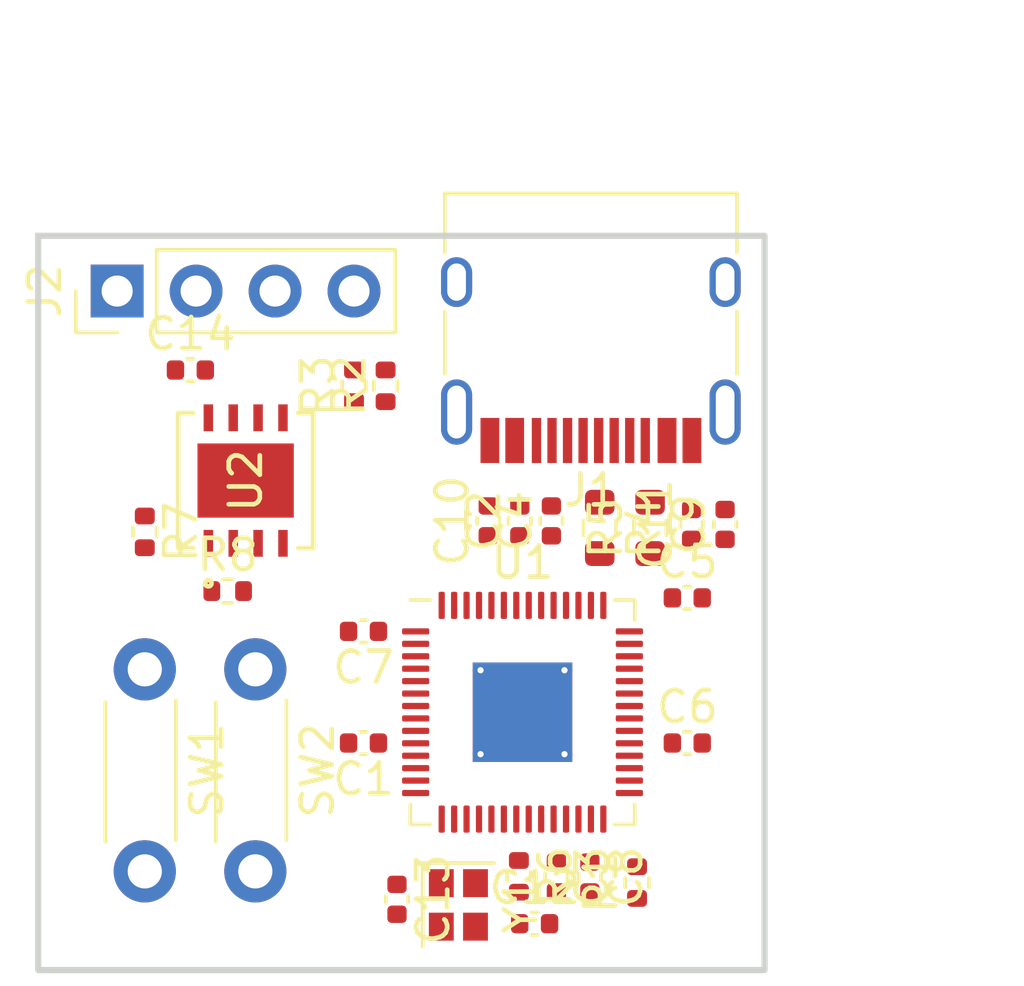
<source format=kicad_pcb>
(kicad_pcb (version 20230410) (generator pcbnew)
  (layers (0 "F.Cu" signal) (31 "B.Cu" signal) (34 "B.Paste" user) (35 "F.Paste" user) (36 "B.SilkS" user "B.Silkscreen") (37 "F.SilkS" user "F.Silkscreen") (38 "B.Mask" user) (39 "F.Mask" user) (44 "Edge.Cuts" user))
  (net 0 "")
  (net 1 "+3V3")
  (net 2 "GND")
  (net 3 "/+1.1V")
  (net 4 "/XIN")
  (net 6 "Net-(J1-CC1)")
  (net 7 "/USB_P")
  (net 8 "/USB_N")
  (net 10 "Net-(J1-CC2)")
  (net 12 "/SWCLK")
  (net 13 "/SWDIO")
  (net 14 "/RUN")
  (net 15 "Net-(U1-USB_DP)")
  (net 16 "Net-(U1-USB_DM)")
  (net 17 "/XOUT")
  (net 18 "/USB_BOOT")
  (net 19 "/QSPI_CS")
  (net 38 "/GPIO25")
  (net 39 "/QSPI_SD3")
  (net 40 "/QSPI_SCK")
  (net 41 "/QSPI_SD0")
  (net 42 "/QSPI_SD2")
  (net 43 "/QSPI_SD1")
  (net 44 "Net-(C12-Pad1)")
  (footprint "Capacitor_SMD:C_0402_1005Metric" (layer "F.Cu") (at 148.082 88.533 90)
    (fp_text reference "C9" (at 0 -1.16 -90) (layer "F.SilkS"))
    (fp_text value "1uF")
    (fp_line (start -0.107836 -0.36) (end 0.107836 -0.36) (stroke (width 0.12)) (layer "F.SilkS"))
    (fp_line (start -0.107836 0.36) (end 0.107836 0.36) (stroke (width 0.12)) (layer "F.SilkS"))
    (pad "1" smd roundrect (at -0.48 0 90) (size 0.56 0.62) (layers "F.Cu" "F.Paste" "F.Mask") (net 1 "+3V3"))
    (pad "2" smd roundrect (at 0.48 0 90) (size 0.56 0.62) (layers "F.Cu" "F.Paste" "F.Mask") (net 2 "GND"))
  )
  (footprint "Connector_PinHeader_2.54mm:PinHeader_1x04_P2.54mm_Vertical" (layer "F.Cu") (at 128.524001 81.026 90)
    (fp_text reference "J2" (at 0 -2.33 -90) (layer "F.SilkS"))
    (fp_text value "Conn_01x04")
    (fp_line (start -1.33 -1.33) (end 0 -1.33) (stroke (width 0.12)) (layer "F.SilkS"))
    (fp_line (start -1.33 0) (end -1.33 -1.33) (stroke (width 0.12)) (layer "F.SilkS"))
    (fp_line (start 1.33 1.270001) (end 1.33 8.95) (stroke (width 0.12)) (layer "F.SilkS"))
    (fp_line (start -1.33 1.270001) (end 1.33 1.270001) (stroke (width 0.12)) (layer "F.SilkS"))
    (fp_line (start -1.33 1.270001) (end -1.33 8.95) (stroke (width 0.12)) (layer "F.SilkS"))
    (fp_line (start -1.33 8.95) (end 1.33 8.95) (stroke (width 0.12)) (layer "F.SilkS"))
    (pad "1" thru_hole rect (at 0 0 90) (size 1.7 1.7) (drill 1) (layers "*.Cu" "*.Mask") (net 12 "/SWCLK"))
    (pad "2" thru_hole oval (at 0 2.54 90) (size 1.7 1.7) (drill 1) (layers "*.Cu" "*.Mask") (net 13 "/SWDIO"))
    (pad "3" thru_hole oval (at 0 5.079999 90) (size 1.7 1.7) (drill 1) (layers "*.Cu" "*.Mask") (net 1 "+3V3"))
    (pad "4" thru_hole oval (at 0 7.62 90) (size 1.7 1.7) (drill 1) (layers "*.Cu" "*.Mask") (net 2 "GND"))
  )
  (footprint "Resistor_SMD:R_0603_1608Metric" (layer "F.Cu") (at 145.669 88.645999 90)
    (fp_text reference "R5" (at 0 -1.43 90) (layer "F.SilkS"))
    (fp_text value "27")
    (fp_line (start -0.237258 -0.5225) (end 0.237258 -0.5225) (stroke (width 0.12)) (layer "F.SilkS"))
    (fp_line (start -0.237258 0.5225) (end 0.237258 0.5225) (stroke (width 0.12)) (layer "F.SilkS"))
    (pad "1" smd roundrect (at -0.825 0 90) (size 0.8 0.95) (layers "F.Cu" "F.Paste" "F.Mask") (net 8 "/USB_N"))
    (pad "2" smd roundrect (at 0.825 0 90) (size 0.8 0.95) (layers "F.Cu" "F.Paste" "F.Mask") (net 16 "Net-(U1-USB_DM)"))
  )
  (footprint "Capacitor_SMD:C_0402_1005Metric" (layer "F.Cu") (at 137.526846 100.594733 -90)
    (fp_text reference "C13" (at 0 -1.16 90) (layer "F.SilkS"))
    (fp_text value "27pF")
    (fp_line (start -0.107836 0.36) (end 0.107836 0.36) (stroke (width 0.12)) (layer "F.SilkS"))
    (fp_line (start -0.107836 -0.36) (end 0.107836 -0.36) (stroke (width 0.12)) (layer "F.SilkS"))
    (pad "1" smd roundrect (at -0.48 0 270) (size 0.56 0.62) (layers "F.Cu" "F.Paste" "F.Mask") (net 4 "/XIN"))
    (pad "2" smd roundrect (at 0.48 0 270) (size 0.56 0.62) (layers "F.Cu" "F.Paste" "F.Mask") (net 2 "GND"))
  )
  (footprint "Capacitor_SMD:C_0402_1005Metric" (layer "F.Cu") (at 142.494 88.42 90)
    (fp_text reference "C4" (at 0 -1.16 -90) (layer "F.SilkS"))
    (fp_text value "0.1uF")
    (fp_line (start -0.107836 -0.36) (end 0.107836 -0.36) (stroke (width 0.12)) (layer "F.SilkS"))
    (fp_line (start -0.107836 0.36) (end 0.107836 0.36) (stroke (width 0.12)) (layer "F.SilkS"))
    (pad "1" smd roundrect (at -0.48 0 90) (size 0.56 0.62) (layers "F.Cu" "F.Paste" "F.Mask") (net 1 "+3V3"))
    (pad "2" smd roundrect (at 0.48 0 90) (size 0.56 0.62) (layers "F.Cu" "F.Paste" "F.Mask") (net 2 "GND"))
  )
  (footprint "Connector_USB:USB_C_Receptacle_HRO_TYPE-C-31-M-12" (layer "F.Cu") (at 143.764 81.788 180)
    (fp_text reference "J1" (at 0 -5.645 -180) (layer "F.SilkS"))
    (fp_text value "USB_C_Receptacle_USB2.0")
    (fp_line (start 4.7 2) (end 4.7 3.9) (stroke (width 0.12)) (layer "F.SilkS"))
    (fp_line (start 4.7 -1.9) (end 4.7 0.1) (stroke (width 0.12)) (layer "F.SilkS"))
    (fp_line (start -4.7 3.9) (end 4.7 3.9) (stroke (width 0.12)) (layer "F.SilkS"))
    (fp_line (start -4.7 2) (end -4.7 3.9) (stroke (width 0.12)) (layer "F.SilkS"))
    (fp_line (start -4.7 -1.9) (end -4.7 0.1) (stroke (width 0.12)) (layer "F.SilkS"))
    (pad "" np_thru_hole circle (at -2.89 -2.6 180) (size 0.65 0.65) (drill 0.65) (layers "*.Cu" "*.Mask"))
    (pad "" np_thru_hole circle (at 2.89 -2.6 180) (size 0.65 0.65) (drill 0.65) (layers "*.Cu" "*.Mask"))
    (pad "A1" smd rect (at -3.25 -4.045 180) (size 0.6 1.45) (layers "F.Cu" "F.Paste" "F.Mask") (net 2 "GND"))
    (pad "A4" smd rect (at -2.45 -4.045 180) (size 0.6 1.45) (layers "F.Cu" "F.Paste" "F.Mask"))
    (pad "A5" smd rect (at -1.25 -4.045 180) (size 0.3 1.45) (layers "F.Cu" "F.Paste" "F.Mask") (net 6 "Net-(J1-CC1)"))
    (pad "A6" smd rect (at -0.25 -4.045 180) (size 0.3 1.45) (layers "F.Cu" "F.Paste" "F.Mask") (net 7 "/USB_P"))
    (pad "A7" smd rect (at 0.25 -4.045 180) (size 0.3 1.45) (layers "F.Cu" "F.Paste" "F.Mask") (net 8 "/USB_N"))
    (pad "A8" smd rect (at 1.25 -4.045 180) (size 0.3 1.45) (layers "F.Cu" "F.Paste" "F.Mask"))
    (pad "A9" smd rect (at 2.45 -4.045 180) (size 0.6 1.45) (layers "F.Cu" "F.Paste" "F.Mask"))
    (pad "A12" smd rect (at 3.25 -4.045 180) (size 0.6 1.45) (layers "F.Cu" "F.Paste" "F.Mask") (net 2 "GND"))
    (pad "B1" smd rect (at 3.25 -4.045 180) (size 0.6 1.45) (layers "F.Cu" "F.Paste" "F.Mask") (net 2 "GND"))
    (pad "B4" smd rect (at 2.45 -4.045 180) (size 0.6 1.45) (layers "F.Cu" "F.Paste" "F.Mask"))
    (pad "B5" smd rect (at 1.75 -4.045 180) (size 0.3 1.45) (layers "F.Cu" "F.Paste" "F.Mask") (net 10 "Net-(J1-CC2)"))
    (pad "B6" smd rect (at 0.75 -4.045 180) (size 0.3 1.45) (layers "F.Cu" "F.Paste" "F.Mask") (net 7 "/USB_P"))
    (pad "B7" smd rect (at -0.75 -4.045 180) (size 0.3 1.45) (layers "F.Cu" "F.Paste" "F.Mask") (net 8 "/USB_N"))
    (pad "B8" smd rect (at -1.75 -4.045 180) (size 0.3 1.45) (layers "F.Cu" "F.Paste" "F.Mask"))
    (pad "B9" smd rect (at -2.45 -4.045 180) (size 0.6 1.45) (layers "F.Cu" "F.Paste" "F.Mask"))
    (pad "B12" smd rect (at -3.25 -4.045 180) (size 0.6 1.45) (layers "F.Cu" "F.Paste" "F.Mask") (net 2 "GND"))
    (pad "S1" thru_hole oval (at -4.32 -3.13 180) (size 1 2.1) (drill oval 0.6 1.7) (layers "*.Cu" "*.Mask") (net 2 "GND"))
    (pad "S1" thru_hole oval (at -4.32 1.05 180) (size 1 1.6) (drill oval 0.6 1.2) (layers "*.Cu" "*.Mask") (net 2 "GND"))
    (pad "S1" thru_hole oval (at 4.32 -3.13 180) (size 1 2.1) (drill oval 0.6 1.7) (layers "*.Cu" "*.Mask") (net 2 "GND"))
    (pad "S1" thru_hole oval (at 4.32 1.05 180) (size 1 1.6) (drill oval 0.6 1.2) (layers "*.Cu" "*.Mask") (net 2 "GND"))
  )
  (footprint "Capacitor_SMD:C_0402_1005Metric" (layer "F.Cu") (at 140.462 88.42 90)
    (fp_text reference "C10" (at 0 -1.16 -90) (layer "F.SilkS"))
    (fp_text value "0.1uF")
    (fp_line (start -0.107836 -0.36) (end 0.107836 -0.36) (stroke (width 0.12)) (layer "F.SilkS"))
    (fp_line (start -0.107836 0.36) (end 0.107836 0.36) (stroke (width 0.12)) (layer "F.SilkS"))
    (pad "1" smd roundrect (at -0.48 0 90) (size 0.56 0.62) (layers "F.Cu" "F.Paste" "F.Mask") (net 3 "/+1.1V"))
    (pad "2" smd roundrect (at 0.48 0 90) (size 0.56 0.62) (layers "F.Cu" "F.Paste" "F.Mask") (net 2 "GND"))
  )
  (footprint "Capacitor_SMD:C_0402_1005Metric" (layer "F.Cu") (at 147.004369 88.533 90)
    (fp_text reference "C11" (at 0 -1.16 -90) (layer "F.SilkS"))
    (fp_text value "1uF")
    (fp_line (start -0.107836 -0.36) (end 0.107836 -0.36) (stroke (width 0.12)) (layer "F.SilkS"))
    (fp_line (start -0.107836 0.36) (end 0.107836 0.36) (stroke (width 0.12)) (layer "F.SilkS"))
    (pad "1" smd roundrect (at -0.48 0 90) (size 0.56 0.62) (layers "F.Cu" "F.Paste" "F.Mask") (net 3 "/+1.1V"))
    (pad "2" smd roundrect (at 0.48 0 90) (size 0.56 0.62) (layers "F.Cu" "F.Paste" "F.Mask") (net 2 "GND"))
  )
  (footprint "Resistor_SMD:R_0402_1005Metric" (layer "F.Cu") (at 137.16 84.074 90)
    (fp_text reference "R2" (at 0 -1.17 -90) (layer "F.SilkS"))
    (fp_text value "5.1k")
    (fp_line (start -0.153641 -0.38) (end 0.153641 -0.38) (stroke (width 0.12)) (layer "F.SilkS"))
    (fp_line (start -0.153641 0.38) (end 0.153641 0.38) (stroke (width 0.12)) (layer "F.SilkS"))
    (pad "1" smd roundrect (at -0.509999 0 90) (size 0.54 0.64) (layers "F.Cu" "F.Paste" "F.Mask") (net 6 "Net-(J1-CC1)"))
    (pad "2" smd roundrect (at 0.509999 0 90) (size 0.54 0.64) (layers "F.Cu" "F.Paste" "F.Mask") (net 2 "GND"))
  )
  (footprint "Resistor_SMD:R_0402_1005Metric" (layer "F.Cu") (at 141.448554 99.855 -90)
    (fp_text reference "R6" (at 0 -1.17 90) (layer "F.SilkS"))
    (fp_text value "1K")
    (fp_line (start -0.153641 0.38) (end 0.153641 0.38) (stroke (width 0.12)) (layer "F.SilkS"))
    (fp_line (start -0.153641 -0.38) (end 0.153641 -0.38) (stroke (width 0.12)) (layer "F.SilkS"))
    (pad "1" smd roundrect (at -0.509999 0 270) (size 0.54 0.64) (layers "F.Cu" "F.Paste" "F.Mask") (net 17 "/XOUT"))
    (pad "2" smd roundrect (at 0.509999 0 270) (size 0.54 0.64) (layers "F.Cu" "F.Paste" "F.Mask") (net 44 "Net-(C12-Pad1)"))
  )
  (footprint "Capacitor_SMD:C_0402_1005Metric" (layer "F.Cu") (at 141.9545 101.379)
    (fp_text reference "C12" (at 0 -1.16) (layer "F.SilkS"))
    (fp_text value "27pF")
    (fp_line (start -0.107836 -0.36) (end 0.107836 -0.36) (stroke (width 0.12)) (layer "F.SilkS"))
    (fp_line (start -0.107836 0.36) (end 0.107836 0.36) (stroke (width 0.12)) (layer "F.SilkS"))
    (pad "1" smd roundrect (at -0.48 0) (size 0.56 0.62) (layers "F.Cu" "F.Paste" "F.Mask") (net 44 "Net-(C12-Pad1)"))
    (pad "2" smd roundrect (at 0.48 0) (size 0.56 0.62) (layers "F.Cu" "F.Paste" "F.Mask") (net 2 "GND"))
  )
  (footprint "Capacitor_SMD:C_0402_1005Metric" (layer "F.Cu") (at 136.449216 91.973686 180)
    (fp_text reference "C7" (at 0 -1.16 -180) (layer "F.SilkS"))
    (fp_text value "0.1uF")
    (fp_line (start -0.107836 0.36) (end 0.107836 0.36) (stroke (width 0.12)) (layer "F.SilkS"))
    (fp_line (start -0.107836 -0.36) (end 0.107836 -0.36) (stroke (width 0.12)) (layer "F.SilkS"))
    (pad "1" smd roundrect (at -0.48 0 180) (size 0.56 0.62) (layers "F.Cu" "F.Paste" "F.Mask") (net 1 "+3V3"))
    (pad "2" smd roundrect (at 0.48 0 180) (size 0.56 0.62) (layers "F.Cu" "F.Paste" "F.Mask") (net 2 "GND"))
  )
  (footprint "Capacitor_SMD:C_0402_1005Metric" (layer "F.Cu") (at 142.654869 99.876313 -90)
    (fp_text reference "C3" (at 0 -1.16 90) (layer "F.SilkS"))
    (fp_text value "0.1uF")
    (fp_line (start -0.107836 0.36) (end 0.107836 0.36) (stroke (width 0.12)) (layer "F.SilkS"))
    (fp_line (start -0.107836 -0.36) (end 0.107836 -0.36) (stroke (width 0.12)) (layer "F.SilkS"))
    (pad "1" smd roundrect (at -0.48 0 270) (size 0.56 0.62) (layers "F.Cu" "F.Paste" "F.Mask") (net 1 "+3V3"))
    (pad "2" smd roundrect (at 0.48 0 270) (size 0.56 0.62) (layers "F.Cu" "F.Paste" "F.Mask") (net 2 "GND"))
  )
  (footprint "Resistor_SMD:R_0402_1005Metric" (layer "F.Cu") (at 136.144 84.074 90)
    (fp_text reference "R3" (at 0 -1.17 -90) (layer "F.SilkS"))
    (fp_text value "5.1k")
    (fp_line (start -0.153641 -0.38) (end 0.153641 -0.38) (stroke (width 0.12)) (layer "F.SilkS"))
    (fp_line (start -0.153641 0.38) (end 0.153641 0.38) (stroke (width 0.12)) (layer "F.SilkS"))
    (pad "1" smd roundrect (at -0.509999 0 90) (size 0.54 0.64) (layers "F.Cu" "F.Paste" "F.Mask") (net 10 "Net-(J1-CC2)"))
    (pad "2" smd roundrect (at 0.509999 0 90) (size 0.54 0.64) (layers "F.Cu" "F.Paste" "F.Mask") (net 2 "GND"))
  )
  (footprint "SLIM_6MM_SWITCH:SW_PUSH_6mm_SLIM" (layer "F.Cu") (at 129.413 93.195 -90)
    (fp_text reference "SW1" (at 3.25 -2 270) (layer "F.SilkS"))
    (fp_text value "SW_Push")
    (fp_line (start 1.052 1.27) (end 5.552 1.27) (stroke (width 0.12)) (layer "F.SilkS"))
    (fp_line (start 5.5 -1) (end 1 -1) (stroke (width 0.12)) (layer "F.SilkS"))
    (pad "1" thru_hole circle (at 0 0) (size 2 2) (drill 1.1) (layers "*.Cu" "*.Mask") (net 18 "/USB_BOOT"))
    (pad "2" thru_hole circle (at 6.5 0 90) (size 2 2) (drill 1.1) (layers "*.Cu" "*.Mask") (net 2 "GND"))
  )
  (footprint "Capacitor_SMD:C_0402_1005Metric" (layer "F.Cu") (at 130.87985 83.566)
    (fp_text reference "C14" (at 0 -1.16) (layer "F.SilkS"))
    (fp_text value "1uF")
    (fp_line (start -0.107836 -0.36) (end 0.107836 -0.36) (stroke (width 0.12)) (layer "F.SilkS"))
    (fp_line (start -0.107836 0.36) (end 0.107836 0.36) (stroke (width 0.12)) (layer "F.SilkS"))
    (pad "1" smd roundrect (at -0.48 0) (size 0.56 0.62) (layers "F.Cu" "F.Paste" "F.Mask") (net 2 "GND"))
    (pad "2" smd roundrect (at 0.48 0) (size 0.56 0.62) (layers "F.Cu" "F.Paste" "F.Mask") (net 1 "+3V3"))
  )
  (footprint "W25Q64JVXGIQ:DFN_XGIQ TR_WIN-M" (layer "F.Cu") (at 132.65785 87.122 90)
    (fp_text reference "U2" (at 0 0 90 unlocked) (layer "F.SilkS"))
    (fp_text value "W25Q64JVXGIQ")
    (fp_line (start 2.1717 -2.1717) (end -2.1717 -2.1717) (stroke (width 0.1524)) (layer "F.SilkS"))
    (fp_line (start -2.1717 -2.1717) (end -2.1717 -1.68529) (stroke (width 0.1524)) (layer "F.SilkS"))
    (fp_line (start 2.1717 -1.68529) (end 2.1717 -2.1717) (stroke (width 0.1524)) (layer "F.SilkS"))
    (fp_line (start -2.1717 1.68529) (end -2.1717 2.1717) (stroke (width 0.1524)) (layer "F.SilkS"))
    (fp_line (start 2.1717 2.1717) (end 2.1717 1.68529) (stroke (width 0.1524)) (layer "F.SilkS"))
    (fp_line (start -2.1717 2.1717) (end 2.1717 2.1717) (stroke (width 0.1524)) (layer "F.SilkS"))
    (fp_circle (center -3.302 -1.20015) (end -3.2004 -1.20015) (stroke (width 0.1524)) (fill none) (layer "F.SilkS"))
    (pad "1" smd rect (at -2.0193 -1.20015 90) (size 0.8636 0.3048) (layers "F.Cu" "F.Paste" "F.Mask") (net 19 "/QSPI_CS"))
    (pad "2" smd rect (at -2.0193 -0.40005 90) (size 0.8636 0.3048) (layers "F.Cu" "F.Paste" "F.Mask") (net 43 "/QSPI_SD1"))
    (pad "3" smd rect (at -2.0193 0.40005 90) (size 0.8636 0.3048) (layers "F.Cu" "F.Paste" "F.Mask") (net 42 "/QSPI_SD2"))
    (pad "4" smd rect (at -2.0193 1.20015 90) (size 0.8636 0.3048) (layers "F.Cu" "F.Paste" "F.Mask") (net 2 "GND"))
    (pad "4" smd rect (at 0 0 90) (size 2.3876 3.0988) (layers "F.Cu" "F.Paste" "F.Mask") (net 2 "GND"))
    (pad "5" smd rect (at 2.0193 1.20015 90) (size 0.8636 0.3048) (layers "F.Cu" "F.Paste" "F.Mask") (net 41 "/QSPI_SD0"))
    (pad "6" smd rect (at 2.0193 0.40005 90) (size 0.8636 0.3048) (layers "F.Cu" "F.Paste" "F.Mask") (net 40 "/QSPI_SCK"))
    (pad "7" smd rect (at 2.0193 -0.40005 90) (size 0.8636 0.3048) (layers "F.Cu" "F.Paste" "F.Mask") (net 39 "/QSPI_SD3"))
    (pad "8" smd rect (at 2.0193 -1.20015 90) (size 0.8636 0.3048) (layers "F.Cu" "F.Paste" "F.Mask") (net 1 "+3V3"))
  )
  (footprint "Resistor_SMD:R_0402_1005Metric" (layer "F.Cu") (at 129.413 88.773 -90)
    (fp_text reference "R7" (at 0 -1.17 90) (layer "F.SilkS"))
    (fp_text value "1K")
    (fp_line (start -0.153641 0.38) (end 0.153641 0.38) (stroke (width 0.12)) (layer "F.SilkS"))
    (fp_line (start -0.153641 -0.38) (end 0.153641 -0.38) (stroke (width 0.12)) (layer "F.SilkS"))
    (pad "1" smd roundrect (at -0.509999 0 270) (size 0.54 0.64) (layers "F.Cu" "F.Paste" "F.Mask") (net 18 "/USB_BOOT"))
    (pad "2" smd roundrect (at 0.509999 0 270) (size 0.54 0.64) (layers "F.Cu" "F.Paste" "F.Mask") (net 19 "/QSPI_CS"))
  )
  (footprint "Package_DFN_QFN:QFN-56-1EP_7x7mm_P0.4mm_EP3.2x3.2mm_ThermalVias" (layer "F.Cu") (at 141.565 94.575)
    (fp_text reference "U1" (at 0 -4.82) (layer "F.SilkS"))
    (fp_text value "RP2040")
    (fp_line (start -3.61 3.61) (end -3.61 2.960001) (stroke (width 0.12)) (layer "F.SilkS"))
    (fp_line (start -2.960001 -3.61) (end -3.61 -3.61) (stroke (width 0.12)) (layer "F.SilkS"))
    (fp_line (start -2.960001 3.61) (end -3.61 3.61) (stroke (width 0.12)) (layer "F.SilkS"))
    (fp_line (start 2.960001 -3.61) (end 3.61 -3.61) (stroke (width 0.12)) (layer "F.SilkS"))
    (fp_line (start 2.960001 3.61) (end 3.61 3.61) (stroke (width 0.12)) (layer "F.SilkS"))
    (fp_line (start 3.61 -3.61) (end 3.61 -2.960001) (stroke (width 0.12)) (layer "F.SilkS"))
    (fp_line (start 3.61 3.61) (end 3.61 2.960001) (stroke (width 0.12)) (layer "F.SilkS"))
    (pad "1" smd roundrect (at -3.4375 -2.6) (size 0.875 0.2) (layers "F.Cu" "F.Paste" "F.Mask") (net 1 "+3V3"))
    (pad "2" smd roundrect (at -3.4375 -2.199999) (size 0.875 0.2) (layers "F.Cu" "F.Paste" "F.Mask"))
    (pad "3" smd roundrect (at -3.4375 -1.8) (size 0.875 0.2) (layers "F.Cu" "F.Paste" "F.Mask"))
    (pad "4" smd roundrect (at -3.4375 -1.4) (size 0.875 0.2) (layers "F.Cu" "F.Paste" "F.Mask"))
    (pad "5" smd roundrect (at -3.4375 -1) (size 0.875 0.2) (layers "F.Cu" "F.Paste" "F.Mask"))
    (pad "6" smd roundrect (at -3.4375 -0.600001) (size 0.875 0.2) (layers "F.Cu" "F.Paste" "F.Mask"))
    (pad "7" smd roundrect (at -3.4375 -0.2) (size 0.875 0.2) (layers "F.Cu" "F.Paste" "F.Mask"))
    (pad "8" smd roundrect (at -3.4375 0.2) (size 0.875 0.2) (layers "F.Cu" "F.Paste" "F.Mask"))
    (pad "9" smd roundrect (at -3.4375 0.600001) (size 0.875 0.2) (layers "F.Cu" "F.Paste" "F.Mask"))
    (pad "10" smd roundrect (at -3.4375 1) (size 0.875 0.2) (layers "F.Cu" "F.Paste" "F.Mask") (net 1 "+3V3"))
    (pad "11" smd roundrect (at -3.4375 1.4) (size 0.875 0.2) (layers "F.Cu" "F.Paste" "F.Mask"))
    (pad "12" smd roundrect (at -3.4375 1.8) (size 0.875 0.2) (layers "F.Cu" "F.Paste" "F.Mask"))
    (pad "13" smd roundrect (at -3.4375 2.199999) (size 0.875 0.2) (layers "F.Cu" "F.Paste" "F.Mask"))
    (pad "14" smd roundrect (at -3.4375 2.6) (size 0.875 0.2) (layers "F.Cu" "F.Paste" "F.Mask"))
    (pad "15" smd roundrect (at -2.6 3.4375) (size 0.2 0.875) (layers "F.Cu" "F.Paste" "F.Mask"))
    (pad "16" smd roundrect (at -2.199999 3.4375) (size 0.2 0.875) (layers "F.Cu" "F.Paste" "F.Mask"))
    (pad "17" smd roundrect (at -1.8 3.4375) (size 0.2 0.875) (layers "F.Cu" "F.Paste" "F.Mask"))
    (pad "18" smd roundrect (at -1.4 3.4375) (size 0.2 0.875) (layers "F.Cu" "F.Paste" "F.Mask"))
    (pad "19" smd roundrect (at -1 3.4375) (size 0.2 0.875) (layers "F.Cu" "F.Paste" "F.Mask") (net 2 "GND"))
    (pad "20" smd roundrect (at -0.600001 3.4375) (size 0.2 0.875) (layers "F.Cu" "F.Paste" "F.Mask") (net 4 "/XIN"))
    (pad "21" smd roundrect (at -0.2 3.4375) (size 0.2 0.875) (layers "F.Cu" "F.Paste" "F.Mask") (net 17 "/XOUT"))
    (pad "22" smd roundrect (at 0.2 3.4375) (size 0.2 0.875) (layers "F.Cu" "F.Paste" "F.Mask") (net 1 "+3V3"))
    (pad "23" smd roundrect (at 0.600001 3.4375) (size 0.2 0.875) (layers "F.Cu" "F.Paste" "F.Mask") (net 3 "/+1.1V"))
    (pad "24" smd roundrect (at 1 3.4375) (size 0.2 0.875) (layers "F.Cu" "F.Paste" "F.Mask") (net 12 "/SWCLK"))
    (pad "25" smd roundrect (at 1.4 3.4375) (size 0.2 0.875) (layers "F.Cu" "F.Paste" "F.Mask") (net 13 "/SWDIO"))
    (pad "26" smd roundrect (at 1.8 3.4375) (size 0.2 0.875) (layers "F.Cu" "F.Paste" "F.Mask") (net 14 "/RUN"))
    (pad "27" smd roundrect (at 2.199999 3.4375) (size 0.2 0.875) (layers "F.Cu" "F.Paste" "F.Mask"))
    (pad "28" smd roundrect (at 2.6 3.4375) (size 0.2 0.875) (layers "F.Cu" "F.Paste" "F.Mask"))
    (pad "29" smd roundrect (at 3.4375 2.6) (size 0.875 0.2) (layers "F.Cu" "F.Paste" "F.Mask"))
    (pad "30" smd roundrect (at 3.4375 2.199999) (size 0.875 0.2) (layers "F.Cu" "F.Paste" "F.Mask"))
    (pad "31" smd roundrect (at 3.4375 1.8) (size 0.875 0.2) (layers "F.Cu" "F.Paste" "F.Mask"))
    (pad "32" smd roundrect (at 3.4375 1.4) (size 0.875 0.2) (layers "F.Cu" "F.Paste" "F.Mask"))
    (pad "33" smd roundrect (at 3.4375 1) (size 0.875 0.2) (layers "F.Cu" "F.Paste" "F.Mask") (net 1 "+3V3"))
    (pad "34" smd roundrect (at 3.4375 0.600001) (size 0.875 0.2) (layers "F.Cu" "F.Paste" "F.Mask"))
    (pad "35" smd roundrect (at 3.4375 0.2) (size 0.875 0.2) (layers "F.Cu" "F.Paste" "F.Mask"))
    (pad "36" smd roundrect (at 3.4375 -0.2) (size 0.875 0.2) (layers "F.Cu" "F.Paste" "F.Mask"))
    (pad "37" smd roundrect (at 3.4375 -0.600001) (size 0.875 0.2) (layers "F.Cu" "F.Paste" "F.Mask") (net 38 "/GPIO25"))
    (pad "38" smd roundrect (at 3.4375 -1) (size 0.875 0.2) (layers "F.Cu" "F.Paste" "F.Mask"))
    (pad "39" smd roundrect (at 3.4375 -1.4) (size 0.875 0.2) (layers "F.Cu" "F.Paste" "F.Mask"))
    (pad "40" smd roundrect (at 3.4375 -1.8) (size 0.875 0.2) (layers "F.Cu" "F.Paste" "F.Mask"))
    (pad "41" smd roundrect (at 3.4375 -2.199999) (size 0.875 0.2) (layers "F.Cu" "F.Paste" "F.Mask"))
    (pad "42" smd roundrect (at 3.4375 -2.6) (size 0.875 0.2) (layers "F.Cu" "F.Paste" "F.Mask") (net 1 "+3V3"))
    (pad "43" smd roundrect (at 2.6 -3.4375) (size 0.2 0.875) (layers "F.Cu" "F.Paste" "F.Mask") (net 1 "+3V3"))
    (pad "44" smd roundrect (at 2.199999 -3.4375) (size 0.2 0.875) (layers "F.Cu" "F.Paste" "F.Mask") (net 1 "+3V3"))
    (pad "45" smd roundrect (at 1.8 -3.4375) (size 0.2 0.875) (layers "F.Cu" "F.Paste" "F.Mask") (net 3 "/+1.1V"))
    (pad "46" smd roundrect (at 1.4 -3.4375) (size 0.2 0.875) (layers "F.Cu" "F.Paste" "F.Mask") (net 16 "Net-(U1-USB_DM)"))
    (pad "47" smd roundrect (at 1 -3.4375) (size 0.2 0.875) (layers "F.Cu" "F.Paste" "F.Mask") (net 15 "Net-(U1-USB_DP)"))
    (pad "48" smd roundrect (at 0.600001 -3.4375) (size 0.2 0.875) (layers "F.Cu" "F.Paste" "F.Mask") (net 1 "+3V3"))
    (pad "49" smd roundrect (at 0.2 -3.4375) (size 0.2 0.875) (layers "F.Cu" "F.Paste" "F.Mask") (net 1 "+3V3"))
    (pad "50" smd roundrect (at -0.2 -3.4375) (size 0.2 0.875) (layers "F.Cu" "F.Paste" "F.Mask") (net 3 "/+1.1V"))
    (pad "51" smd roundrect (at -0.600001 -3.4375) (size 0.2 0.875) (layers "F.Cu" "F.Paste" "F.Mask") (net 39 "/QSPI_SD3"))
    (pad "52" smd roundrect (at -1 -3.4375) (size 0.2 0.875) (layers "F.Cu" "F.Paste" "F.Mask") (net 40 "/QSPI_SCK"))
    (pad "53" smd roundrect (at -1.4 -3.4375) (size 0.2 0.875) (layers "F.Cu" "F.Paste" "F.Mask") (net 41 "/QSPI_SD0"))
    (pad "54" smd roundrect (at -1.8 -3.4375) (size 0.2 0.875) (layers "F.Cu" "F.Paste" "F.Mask") (net 42 "/QSPI_SD2"))
    (pad "55" smd roundrect (at -2.199999 -3.4375) (size 0.2 0.875) (layers "F.Cu" "F.Paste" "F.Mask") (net 43 "/QSPI_SD1"))
    (pad "56" smd roundrect (at -2.6 -3.4375) (size 0.2 0.875) (layers "F.Cu" "F.Paste" "F.Mask") (net 19 "/QSPI_CS"))
    (pad "57" thru_hole circle (at -1.35 -1.35) (size 0.5 0.5) (drill 0.2) (layers "*.Cu") (net 2 "GND"))
    (pad "57" thru_hole circle (at -1.35 1.35) (size 0.5 0.5) (drill 0.2) (layers "*.Cu") (net 2 "GND"))
    (pad "57" smd rect (at 0 0) (size 3.2 3.2) (layers "F.Cu" "F.Mask") (net 2 "GND"))
    (pad "57" smd rect (at 0 0) (size 3.2 3.2) (layers "B.Cu") (net 2 "GND"))
    (pad "57" thru_hole circle (at 1.35 -1.35) (size 0.5 0.5) (drill 0.2) (layers "*.Cu") (net 2 "GND"))
    (pad "57" thru_hole circle (at 1.35 1.35) (size 0.5 0.5) (drill 0.2) (layers "*.Cu") (net 2 "GND"))
  )
  (footprint "Capacitor_SMD:C_0402_1005Metric" (layer "F.Cu") (at 141.478 88.42 90)
    (fp_text reference "C2" (at 0 -1.16 -90) (layer "F.SilkS"))
    (fp_text value "0.1uF")
    (fp_line (start -0.107836 -0.36) (end 0.107836 -0.36) (stroke (width 0.12)) (layer "F.SilkS"))
    (fp_line (start -0.107836 0.36) (end 0.107836 0.36) (stroke (width 0.12)) (layer "F.SilkS"))
    (pad "1" smd roundrect (at -0.48 0 90) (size 0.56 0.62) (layers "F.Cu" "F.Paste" "F.Mask") (net 1 "+3V3"))
    (pad "2" smd roundrect (at 0.48 0 90) (size 0.56 0.62) (layers "F.Cu" "F.Paste" "F.Mask") (net 2 "GND"))
  )
  (footprint "Capacitor_SMD:C_0402_1005Metric" (layer "F.Cu") (at 146.866313 95.56579)
    (fp_text reference "C6" (at 0 -1.16) (layer "F.SilkS"))
    (fp_text value "0.1uF")
    (fp_line (start -0.107836 -0.36) (end 0.107836 -0.36) (stroke (width 0.12)) (layer "F.SilkS"))
    (fp_line (start -0.107836 0.36) (end 0.107836 0.36) (stroke (width 0.12)) (layer "F.SilkS"))
    (pad "1" smd roundrect (at -0.48 0) (size 0.56 0.62) (layers "F.Cu" "F.Paste" "F.Mask") (net 1 "+3V3"))
    (pad "2" smd roundrect (at 0.48 0) (size 0.56 0.62) (layers "F.Cu" "F.Paste" "F.Mask") (net 2 "GND"))
  )
  (footprint "Resistor_SMD:R_0402_1005Metric" (layer "F.Cu") (at 132.08 90.678)
    (fp_text reference "R8" (at 0 -1.17) (layer "F.SilkS"))
    (fp_text value "10K")
    (fp_line (start -0.153641 -0.38) (end 0.153641 -0.38) (stroke (width 0.12)) (layer "F.SilkS"))
    (fp_line (start -0.153641 0.38) (end 0.153641 0.38) (stroke (width 0.12)) (layer "F.SilkS"))
    (pad "1" smd roundrect (at -0.509999 0) (size 0.54 0.64) (layers "F.Cu" "F.Paste" "F.Mask") (net 19 "/QSPI_CS"))
    (pad "2" smd roundrect (at 0.509999 0) (size 0.54 0.64) (layers "F.Cu" "F.Paste" "F.Mask") (net 1 "+3V3"))
  )
  (footprint "Capacitor_SMD:C_0402_1005Metric" (layer "F.Cu") (at 146.866313 90.896056)
    (fp_text reference "C5" (at 0 -1.16) (layer "F.SilkS"))
    (fp_text value "0.1uF")
    (fp_line (start -0.107836 -0.36) (end 0.107836 -0.36) (stroke (width 0.12)) (layer "F.SilkS"))
    (fp_line (start -0.107836 0.36) (end 0.107836 0.36) (stroke (width 0.12)) (layer "F.SilkS"))
    (pad "1" smd roundrect (at -0.48 0) (size 0.56 0.62) (layers "F.Cu" "F.Paste" "F.Mask") (net 1 "+3V3"))
    (pad "2" smd roundrect (at 0.48 0) (size 0.56 0.62) (layers "F.Cu" "F.Paste" "F.Mask") (net 2 "GND"))
  )
  (footprint "Capacitor_SMD:C_0402_1005Metric" (layer "F.Cu") (at 136.449216 95.56579 180)
    (fp_text reference "C1" (at 0 -1.16 -180) (layer "F.SilkS"))
    (fp_text value "0.1uF")
    (fp_line (start -0.107836 0.36) (end 0.107836 0.36) (stroke (width 0.12)) (layer "F.SilkS"))
    (fp_line (start -0.107836 -0.36) (end 0.107836 -0.36) (stroke (width 0.12)) (layer "F.SilkS"))
    (pad "1" smd roundrect (at -0.48 0 180) (size 0.56 0.62) (layers "F.Cu" "F.Paste" "F.Mask") (net 1 "+3V3"))
    (pad "2" smd roundrect (at 0.48 0 180) (size 0.56 0.62) (layers "F.Cu" "F.Paste" "F.Mask") (net 2 "GND"))
  )
  (footprint "Capacitor_SMD:C_0402_1005Metric" (layer "F.Cu") (at 143.7325 99.876313 -90)
    (fp_text reference "C8" (at 0 -1.16 90) (layer "F.SilkS"))
    (fp_text value "0.1uF")
    (fp_line (start -0.107836 0.36) (end 0.107836 0.36) (stroke (width 0.12)) (layer "F.SilkS"))
    (fp_line (start -0.107836 -0.36) (end 0.107836 -0.36) (stroke (width 0.12)) (layer "F.SilkS"))
    (pad "1" smd roundrect (at -0.48 0 270) (size 0.56 0.62) (layers "F.Cu" "F.Paste" "F.Mask") (net 3 "/+1.1V"))
    (pad "2" smd roundrect (at 0.48 0 270) (size 0.56 0.62) (layers "F.Cu" "F.Paste" "F.Mask") (net 2 "GND"))
  )
  (footprint "Crystal:Crystal_SMD_2016-4Pin_2.0x1.6mm" (layer "F.Cu") (at 139.502503 100.774337 -90)
    (fp_text reference "Y1" (at 0 -2.000001 90) (layer "F.SilkS"))
    (fp_text value "12MHz")
    (fp_line (start -1.35 1.15) (end 1.35 1.15) (stroke (width 0.12)) (layer "F.SilkS"))
    (fp_line (start -1.35 -1.15) (end -1.35 1.15) (stroke (width 0.12)) (layer "F.SilkS"))
    (pad "1" smd rect (at -0.7 0.55 270) (size 0.9 0.8) (layers "F.Cu" "F.Paste" "F.Mask") (net 4 "/XIN"))
    (pad "2" smd rect (at 0.7 0.55 270) (size 0.9 0.8) (layers "F.Cu" "F.Paste" "F.Mask") (net 2 "GND"))
    (pad "3" smd rect (at 0.7 -0.55 270) (size 0.9 0.8) (layers "F.Cu" "F.Paste" "F.Mask") (net 44 "Net-(C12-Pad1)"))
    (pad "4" smd rect (at -0.7 -0.55 270) (size 0.9 0.8) (layers "F.Cu" "F.Paste" "F.Mask") (net 2 "GND"))
  )
  (footprint "SLIM_6MM_SWITCH:SW_PUSH_6mm_SLIM" (layer "F.Cu") (at 132.969 93.195 -90)
    (fp_text reference "SW2" (at 3.25 -2 270) (layer "F.SilkS"))
    (fp_text value "SW_Push")
    (fp_line (start 1.052 1.27) (end 5.552 1.27) (stroke (width 0.12)) (layer "F.SilkS"))
    (fp_line (start 5.5 -1) (end 1 -1) (stroke (width 0.12)) (layer "F.SilkS"))
    (pad "1" thru_hole circle (at 0 0) (size 2 2) (drill 1.1) (layers "*.Cu" "*.Mask") (net 14 "/RUN"))
    (pad "2" thru_hole circle (at 6.5 0 90) (size 2 2) (drill 1.1) (layers "*.Cu" "*.Mask") (net 2 "GND"))
  )
  (footprint "Resistor_SMD:R_0402_1005Metric" (layer "F.Cu") (at 145.249867 100.055918 90)
    (fp_text reference "R1" (at 0 -1.17 -90) (layer "F.SilkS"))
    (fp_text value "10K")
    (fp_line (start -0.153641 -0.38) (end 0.153641 -0.38) (stroke (width 0.12)) (layer "F.SilkS"))
    (fp_line (start -0.153641 0.38) (end 0.153641 0.38) (stroke (width 0.12)) (layer "F.SilkS"))
    (pad "1" smd roundrect (at -0.509999 0 90) (size 0.54 0.64) (layers "F.Cu" "F.Paste" "F.Mask") (net 1 "+3V3"))
    (pad "2" smd roundrect (at 0.509999 0 90) (size 0.54 0.64) (layers "F.Cu" "F.Paste" "F.Mask") (net 14 "/RUN"))
  )
  (footprint "Resistor_SMD:R_0603_1608Metric" (layer "F.Cu") (at 144.0495 88.646 -90)
    (fp_text reference "R4" (at 0 -1.43 270) (layer "F.SilkS"))
    (fp_text value "27")
    (fp_line (start -0.237258 0.5225) (end 0.237258 0.5225) (stroke (width 0.12)) (layer "F.SilkS"))
    (fp_line (start -0.237258 -0.5225) (end 0.237258 -0.5225) (stroke (width 0.12)) (layer "F.SilkS"))
    (pad "1" smd roundrect (at -0.825 0 270) (size 0.8 0.95) (layers "F.Cu" "F.Paste" "F.Mask") (net 15 "Net-(U1-USB_DP)"))
    (pad "2" smd roundrect (at 0.825 0 270) (size 0.8 0.95) (layers "F.Cu" "F.Paste" "F.Mask") (net 7 "/USB_P"))
  )
  (gr_rect (start 125.984 79.248) (end 149.352 102.87) (stroke (width 0.2)) (fill none) (layer "Edge.Cuts"))
)
</source>
